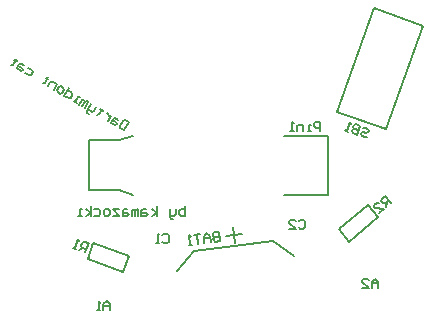
<source format=gbo>
G04*
G04 #@! TF.GenerationSoftware,Altium Limited,Altium Designer,24.4.1 (13)*
G04*
G04 Layer_Color=32896*
%FSLAX44Y44*%
%MOMM*%
G71*
G04*
G04 #@! TF.SameCoordinates,0AE1F543-7B87-48E8-90D5-0DFDE8F72AC0*
G04*
G04*
G04 #@! TF.FilePolarity,Positive*
G04*
G01*
G75*
%ADD12C,0.1530*%
%ADD28C,0.1500*%
D12*
X153401Y145541D02*
X167454Y162379D01*
X201200Y166523D01*
X234947Y170667D02*
X252656Y157728D01*
X201200Y166523D02*
X234947Y170667D01*
X290244Y181078D02*
X314757Y201647D01*
X290244Y181078D02*
X299243Y170353D01*
X323756Y190922D01*
X314757Y201647D02*
X323756Y190922D01*
X77571Y155894D02*
X107641Y144950D01*
X112429Y158105D01*
X82359Y169050D02*
X112429Y158105D01*
X77571Y155894D02*
X82359Y169050D01*
X288594Y280299D02*
X329940Y265250D01*
X320402Y367690D02*
X361748Y352641D01*
X288594Y280299D02*
X320402Y367690D01*
X329940Y265250D02*
X361748Y352641D01*
X79000Y214000D02*
Y256000D01*
X104000Y214000D02*
X116000Y210000D01*
X79000Y214000D02*
X104000D01*
Y256000D02*
X116000Y260000D01*
X79000Y256000D02*
X104000D01*
X244000Y260000D02*
X281000D01*
X244000Y210000D02*
X281000D01*
Y260000D01*
X112772Y271325D02*
X108773Y264399D01*
X105310Y266398D01*
X104822Y268219D01*
X107488Y272836D01*
X109309Y273324D01*
X112772Y271325D01*
X103358Y273681D02*
X101050Y275014D01*
X99229Y274526D01*
X97230Y271063D01*
X100693Y269064D01*
X102513Y269552D01*
X102025Y271373D01*
X98562Y273372D01*
X97587Y277013D02*
X94921Y272396D01*
X96254Y274705D01*
X95766Y276525D01*
X95278Y278346D01*
X94124Y279013D01*
X90173Y282833D02*
X89507Y281679D01*
X90661Y281012D01*
X88352Y282345D01*
X89507Y281679D01*
X87507Y278216D01*
X85686Y277728D01*
X84889Y284344D02*
X82890Y280881D01*
X81069Y280394D01*
X77606Y282393D01*
X76940Y281238D01*
X77428Y279418D01*
X78582Y278751D01*
X77606Y282393D02*
X80272Y287010D01*
X75297Y283726D02*
X77963Y288343D01*
X76809Y289009D01*
X74988Y288522D01*
X72989Y285059D01*
X74988Y288522D01*
X74500Y290342D01*
X72679Y289855D01*
X70680Y286392D01*
X68371Y287724D02*
X66063Y289057D01*
X67217Y288391D01*
X69883Y293008D01*
X71037Y292342D01*
X61981Y300648D02*
X57983Y293723D01*
X61445Y291723D01*
X63266Y292211D01*
X64599Y294520D01*
X64111Y296341D01*
X60648Y298340D01*
X54520Y295722D02*
X52211Y297055D01*
X51723Y298876D01*
X53056Y301184D01*
X54877Y301672D01*
X57185Y300339D01*
X57673Y298518D01*
X56340Y296210D01*
X54520Y295722D01*
X48748Y299054D02*
X51414Y303671D01*
X47951Y305671D01*
X46130Y305183D01*
X44131Y301720D01*
X44000Y309491D02*
X43333Y308337D01*
X44488Y307670D01*
X42179Y309003D01*
X43333Y308337D01*
X41334Y304874D01*
X39513Y304386D01*
X27173Y317667D02*
X30636Y315668D01*
X31124Y313847D01*
X29791Y311538D01*
X27970Y311050D01*
X24507Y313050D01*
X23710Y319666D02*
X21401Y320999D01*
X19580Y320511D01*
X17581Y317048D01*
X21044Y315049D01*
X22865Y315537D01*
X22377Y317358D01*
X18914Y319357D01*
X17450Y324819D02*
X16784Y323665D01*
X17938Y322999D01*
X15630Y324332D01*
X16784Y323665D01*
X14784Y320202D01*
X12964Y319714D01*
X334676Y203221D02*
X329535Y209347D01*
X326472Y206777D01*
X326307Y204899D01*
X328021Y202857D01*
X329899Y202693D01*
X332962Y205263D01*
X330920Y203549D02*
X330591Y199794D01*
X324465Y194653D02*
X328549Y198080D01*
X321038Y198737D01*
X320181Y199758D01*
X320345Y201636D01*
X322388Y203350D01*
X324265Y203185D01*
X75642Y161419D02*
X78378Y168934D01*
X74620Y170302D01*
X72912Y169505D01*
X72000Y167000D01*
X72797Y165292D01*
X76554Y163924D01*
X74049Y164836D02*
X70632Y163242D01*
X68127Y164154D02*
X65622Y165066D01*
X66875Y164610D01*
X69610Y172125D01*
X70407Y170417D01*
X188742Y178593D02*
X189717Y170655D01*
X185748Y170168D01*
X184263Y171329D01*
X184100Y172652D01*
X185261Y174137D01*
X189230Y174624D01*
X185261Y174137D01*
X183775Y175298D01*
X183613Y176621D01*
X184773Y178106D01*
X188742Y178593D01*
X181779Y169681D02*
X181129Y174973D01*
X178159Y177294D01*
X175837Y174323D01*
X176487Y169031D01*
X176000Y173000D01*
X181292Y173650D01*
X172867Y176644D02*
X167575Y175994D01*
X170221Y176319D01*
X171195Y168381D01*
X165904Y167732D02*
X163258Y167407D01*
X164581Y167569D01*
X163606Y175507D01*
X165091Y174346D01*
X310669Y266137D02*
X312378Y266934D01*
X314883Y266022D01*
X315679Y264314D01*
X315224Y263061D01*
X313515Y262265D01*
X311010Y263176D01*
X309302Y262380D01*
X308846Y261127D01*
X309642Y259419D01*
X312148Y258507D01*
X313856Y259304D01*
X308620Y268302D02*
X305885Y260787D01*
X302127Y262154D01*
X301331Y263863D01*
X301786Y265115D01*
X303495Y265912D01*
X307253Y264544D01*
X303495Y265912D01*
X302698Y267620D01*
X303154Y268873D01*
X304863Y269669D01*
X308620Y268302D01*
X298370Y263522D02*
X295865Y264434D01*
X297117Y263978D01*
X299853Y271493D01*
X300649Y269785D01*
X274663Y264001D02*
Y271999D01*
X270664D01*
X269331Y270666D01*
Y268000D01*
X270664Y266667D01*
X274663D01*
X266665Y264001D02*
X263999D01*
X265332D01*
Y269333D01*
X266665D01*
X260001Y264001D02*
Y269333D01*
X256002D01*
X254669Y268000D01*
Y264001D01*
X252003D02*
X249337D01*
X250670D01*
Y271999D01*
X252003Y270666D01*
X160470Y200193D02*
Y192196D01*
X156471D01*
X155138Y193529D01*
Y194862D01*
Y196194D01*
X156471Y197527D01*
X160470D01*
X152473D02*
Y193529D01*
X151140Y192196D01*
X147141D01*
Y190863D01*
X148474Y189530D01*
X149807D01*
X147141Y192196D02*
Y197527D01*
X136478Y192196D02*
Y200193D01*
Y194862D02*
X132479Y197527D01*
X136478Y194862D02*
X132479Y192196D01*
X127147Y197527D02*
X124482D01*
X123149Y196194D01*
Y192196D01*
X127147D01*
X128480Y193529D01*
X127147Y194862D01*
X123149D01*
X120483Y192196D02*
Y197527D01*
X119150D01*
X117817Y196194D01*
Y192196D01*
Y196194D01*
X116484Y197527D01*
X115151Y196194D01*
Y192196D01*
X111153Y197527D02*
X108487D01*
X107154Y196194D01*
Y192196D01*
X111153D01*
X112486Y193529D01*
X111153Y194862D01*
X107154D01*
X104488Y197527D02*
X99157D01*
X104488Y192196D01*
X99157D01*
X95158D02*
X92492D01*
X91159Y193529D01*
Y196194D01*
X92492Y197527D01*
X95158D01*
X96491Y196194D01*
Y193529D01*
X95158Y192196D01*
X83162Y197527D02*
X87160D01*
X88493Y196194D01*
Y193529D01*
X87160Y192196D01*
X83162D01*
X80496D02*
Y200193D01*
Y194862D02*
X76497Y197527D01*
X80496Y194862D02*
X76497Y192196D01*
X72498D02*
X69833D01*
X71165D01*
Y197527D01*
X72498D01*
X256333Y187666D02*
X257666Y188999D01*
X260332D01*
X261665Y187666D01*
Y182334D01*
X260332Y181001D01*
X257666D01*
X256333Y182334D01*
X248335Y181001D02*
X253667D01*
X248335Y186333D01*
Y187666D01*
X249668Y188999D01*
X252334D01*
X253667Y187666D01*
X141000Y175666D02*
X142333Y176999D01*
X144999D01*
X146332Y175666D01*
Y170334D01*
X144999Y169001D01*
X142333D01*
X141000Y170334D01*
X138334Y169001D02*
X135668D01*
X137001D01*
Y176999D01*
X138334Y175666D01*
X323665Y131001D02*
Y136333D01*
X320999Y138999D01*
X318333Y136333D01*
Y131001D01*
Y135000D01*
X323665D01*
X310336Y131001D02*
X315667D01*
X310336Y136333D01*
Y137666D01*
X311668Y138999D01*
X314334D01*
X315667Y137666D01*
X96332Y112001D02*
Y117333D01*
X93666Y119999D01*
X91000Y117333D01*
Y112001D01*
Y116000D01*
X96332D01*
X88334Y112001D02*
X85668D01*
X87001D01*
Y119999D01*
X88334Y118666D01*
D28*
X195140Y174850D02*
X208370Y176474D01*
X202567Y169047D02*
X200943Y182277D01*
M02*

</source>
